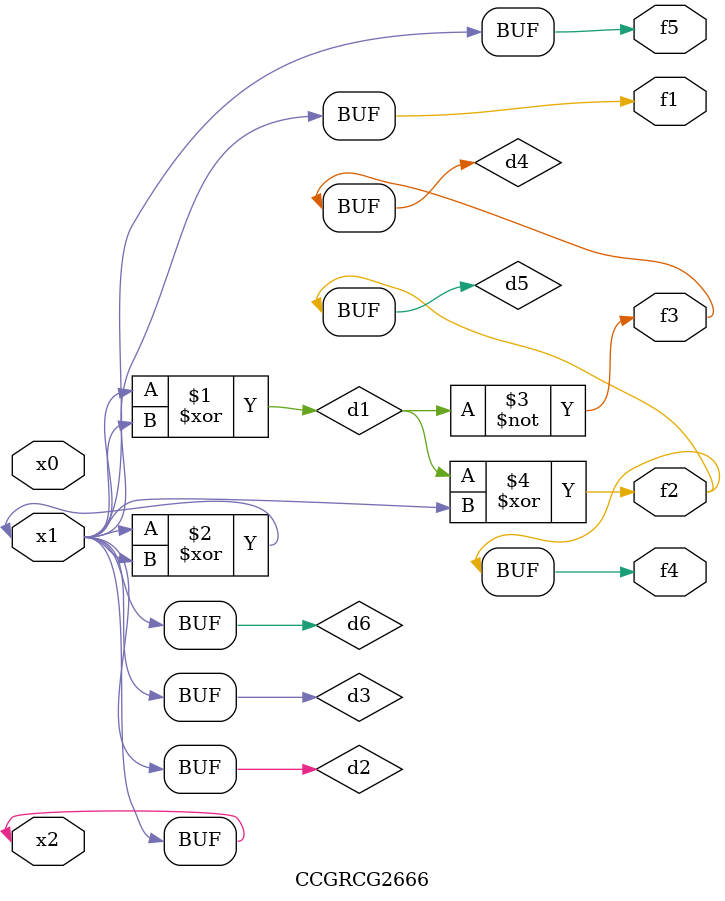
<source format=v>
module CCGRCG2666(
	input x0, x1, x2,
	output f1, f2, f3, f4, f5
);

	wire d1, d2, d3, d4, d5, d6;

	xor (d1, x1, x2);
	buf (d2, x1, x2);
	xor (d3, x1, x2);
	nor (d4, d1);
	xor (d5, d1, d2);
	buf (d6, d2, d3);
	assign f1 = d6;
	assign f2 = d5;
	assign f3 = d4;
	assign f4 = d5;
	assign f5 = d6;
endmodule

</source>
